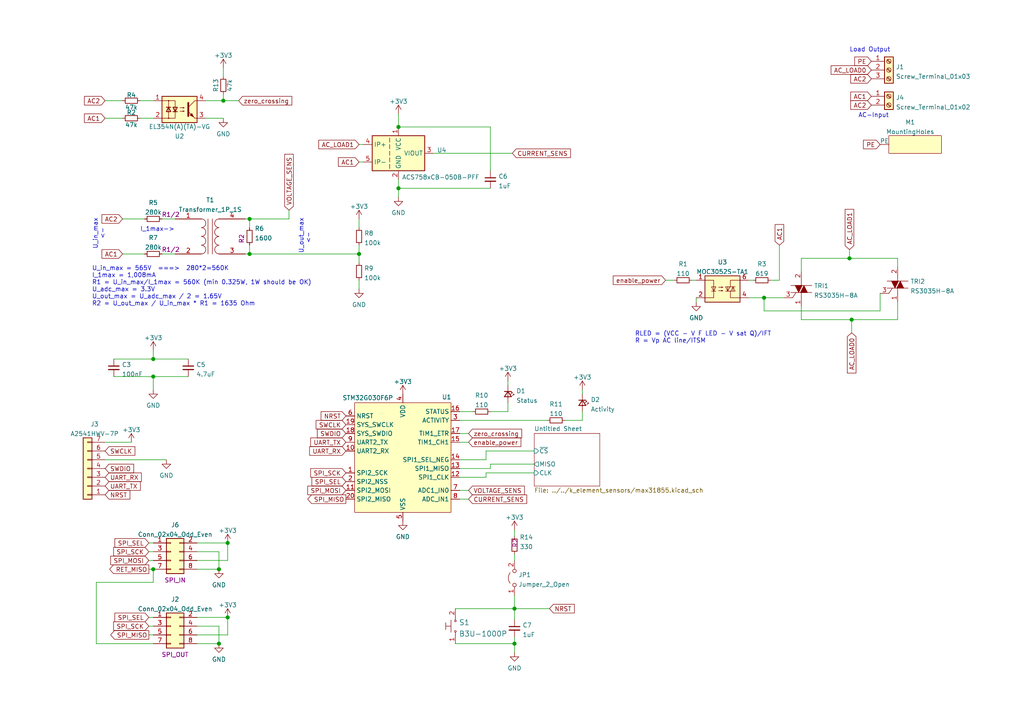
<source format=kicad_sch>
(kicad_sch (version 20210621) (generator eeschema)
  (paper "A4")
  (lib_symbols
    (symbol "Connector:Screw_Terminal_01x02" (pin_names (offset 1.016) hide)
      (property "Reference" "J" (at 0 2.54 0))
      (property "Value" "Screw_Terminal_01x02" (at 0 -5.08 0))
      (symbol "Screw_Terminal_01x02_1_1"
        (circle (center 0 -2.54) (radius 0.635) (stroke (width 0.1524)))
        (circle (center 0 0) (radius 0.635) (stroke (width 0.1524)))
        (rectangle (start -1.27 1.27) (end 1.27 -3.81) (stroke (width 0.254)) (fill (type background)))
        (polyline (pts (xy -0.5334 -2.2098) (xy 0.3302 -3.048)) (stroke (width 0.1524)))
        (polyline (pts (xy -0.5334 0.3302) (xy 0.3302 -0.508)) (stroke (width 0.1524)))
        (polyline (pts (xy -0.3556 -2.032) (xy 0.508 -2.8702)) (stroke (width 0.1524)))
        (polyline (pts (xy -0.3556 0.508) (xy 0.508 -0.3302)) (stroke (width 0.1524)))
        (pin passive line (at -5.08 0 0) (length 3.81) (name "Pin_1") (number "1"))
        (pin passive line (at -5.08 -2.54 0) (length 3.81) (name "Pin_2") (number "2"))
      )
    )
    (symbol "Connector:Screw_Terminal_01x03" (pin_names (offset 1.016) hide)
      (property "Reference" "J" (at 0 5.08 0))
      (property "Value" "Screw_Terminal_01x03" (at 0 -5.08 0))
      (symbol "Screw_Terminal_01x03_1_1"
        (circle (center 0 -2.54) (radius 0.635) (stroke (width 0.1524)))
        (circle (center 0 0) (radius 0.635) (stroke (width 0.1524)))
        (circle (center 0 2.54) (radius 0.635) (stroke (width 0.1524)))
        (rectangle (start -1.27 3.81) (end 1.27 -3.81) (stroke (width 0.254)) (fill (type background)))
        (polyline (pts (xy -0.5334 -2.2098) (xy 0.3302 -3.048)) (stroke (width 0.1524)))
        (polyline (pts (xy -0.5334 0.3302) (xy 0.3302 -0.508)) (stroke (width 0.1524)))
        (polyline (pts (xy -0.5334 2.8702) (xy 0.3302 2.032)) (stroke (width 0.1524)))
        (polyline (pts (xy -0.3556 -2.032) (xy 0.508 -2.8702)) (stroke (width 0.1524)))
        (polyline (pts (xy -0.3556 0.508) (xy 0.508 -0.3302)) (stroke (width 0.1524)))
        (polyline (pts (xy -0.3556 3.048) (xy 0.508 2.2098)) (stroke (width 0.1524)))
        (pin passive line (at -5.08 2.54 0) (length 3.81) (name "Pin_1") (number "1"))
        (pin passive line (at -5.08 0 0) (length 3.81) (name "Pin_2") (number "2"))
        (pin passive line (at -5.08 -2.54 0) (length 3.81) (name "Pin_3") (number "3"))
      )
    )
    (symbol "Connector_Generic:Conn_01x07" (pin_names (offset 1.016) hide)
      (property "Reference" "J" (at 0 10.16 0))
      (property "Value" "Conn_01x07" (at 0 -10.16 0))
      (symbol "Conn_01x07_1_1"
        (rectangle (start -1.27 -7.493) (end 0 -7.747) (stroke (width 0.1524)))
        (rectangle (start -1.27 -4.953) (end 0 -5.207) (stroke (width 0.1524)))
        (rectangle (start -1.27 -2.413) (end 0 -2.667) (stroke (width 0.1524)))
        (rectangle (start -1.27 0.127) (end 0 -0.127) (stroke (width 0.1524)))
        (rectangle (start -1.27 2.667) (end 0 2.413) (stroke (width 0.1524)))
        (rectangle (start -1.27 5.207) (end 0 4.953) (stroke (width 0.1524)))
        (rectangle (start -1.27 7.747) (end 0 7.493) (stroke (width 0.1524)))
        (rectangle (start -1.27 8.89) (end 1.27 -8.89) (stroke (width 0.254)) (fill (type background)))
        (pin passive line (at -5.08 7.62 0) (length 3.81) (name "Pin_1") (number "1"))
        (pin passive line (at -5.08 5.08 0) (length 3.81) (name "Pin_2") (number "2"))
        (pin passive line (at -5.08 2.54 0) (length 3.81) (name "Pin_3") (number "3"))
        (pin passive line (at -5.08 0 0) (length 3.81) (name "Pin_4") (number "4"))
        (pin passive line (at -5.08 -2.54 0) (length 3.81) (name "Pin_5") (number "5"))
        (pin passive line (at -5.08 -5.08 0) (length 3.81) (name "Pin_6") (number "6"))
        (pin passive line (at -5.08 -7.62 0) (length 3.81) (name "Pin_7") (number "7"))
      )
    )
    (symbol "Connector_Generic:Conn_02x04_Odd_Even" (pin_names (offset 1.016) hide)
      (property "Reference" "J" (at 1.27 5.08 0))
      (property "Value" "Conn_02x04_Odd_Even" (at 1.27 -7.62 0))
      (symbol "Conn_02x04_Odd_Even_1_1"
        (rectangle (start -1.27 -4.953) (end 0 -5.207) (stroke (width 0.1524)))
        (rectangle (start -1.27 -2.413) (end 0 -2.667) (stroke (width 0.1524)))
        (rectangle (start -1.27 0.127) (end 0 -0.127) (stroke (width 0.1524)))
        (rectangle (start -1.27 2.667) (end 0 2.413) (stroke (width 0.1524)))
        (rectangle (start 3.81 -4.953) (end 2.54 -5.207) (stroke (width 0.1524)))
        (rectangle (start 3.81 -2.413) (end 2.54 -2.667) (stroke (width 0.1524)))
        (rectangle (start 3.81 0.127) (end 2.54 -0.127) (stroke (width 0.1524)))
        (rectangle (start 3.81 2.667) (end 2.54 2.413) (stroke (width 0.1524)))
        (rectangle (start -1.27 3.81) (end 3.81 -6.35) (stroke (width 0.254)) (fill (type background)))
        (pin passive line (at -5.08 2.54 0) (length 3.81) (name "Pin_1") (number "1"))
        (pin passive line (at 7.62 2.54 180) (length 3.81) (name "Pin_2") (number "2"))
        (pin passive line (at -5.08 0 0) (length 3.81) (name "Pin_3") (number "3"))
        (pin passive line (at 7.62 0 180) (length 3.81) (name "Pin_4") (number "4"))
        (pin passive line (at -5.08 -2.54 0) (length 3.81) (name "Pin_5") (number "5"))
        (pin passive line (at 7.62 -2.54 180) (length 3.81) (name "Pin_6") (number "6"))
        (pin passive line (at -5.08 -5.08 0) (length 3.81) (name "Pin_7") (number "7"))
        (pin passive line (at 7.62 -5.08 180) (length 3.81) (name "Pin_8") (number "8"))
      )
    )
    (symbol "Device:C_Small" (pin_numbers hide) (pin_names (offset 0.254) hide)
      (property "Reference" "C" (at 0.254 1.778 0))
      (property "Value" "C_Small" (at 0.254 -2.032 0))
      (symbol "C_Small_0_1"
        (polyline (pts (xy -1.524 -0.508) (xy 1.524 -0.508)) (stroke (width 0.3302)))
        (polyline (pts (xy -1.524 0.508) (xy 1.524 0.508)) (stroke (width 0.3048)))
      )
      (symbol "C_Small_1_1"
        (pin passive line (at 0 2.54 270) (length 2.032) (name "~") (number "1"))
        (pin passive line (at 0 -2.54 90) (length 2.032) (name "~") (number "2"))
      )
    )
    (symbol "Device:LED_Small" (pin_numbers hide) (pin_names (offset 0.254) hide)
      (property "Reference" "D" (at -1.27 3.175 0))
      (property "Value" "LED_Small" (at -4.445 -2.54 0))
      (symbol "LED_Small_0_1"
        (polyline (pts (xy -0.762 -1.016) (xy -0.762 1.016)) (stroke (width 0.254)))
        (polyline (pts (xy 1.016 0) (xy -0.762 0)))
        (polyline (pts (xy 0.762 -1.016) (xy -0.762 0) (xy 0.762 1.016) (xy 0.762 -1.016)) (stroke (width 0.254)))
        (polyline (pts (xy 0 0.762) (xy -0.508 1.27) (xy -0.254 1.27) (xy -0.508 1.27) (xy -0.508 1.016)))
        (polyline (pts (xy 0.508 1.27) (xy 0 1.778) (xy 0.254 1.778) (xy 0 1.778) (xy 0 1.524)))
      )
      (symbol "LED_Small_1_1"
        (pin passive line (at -2.54 0 0) (length 1.778) (name "K") (number "1"))
        (pin passive line (at 2.54 0 180) (length 1.778) (name "A") (number "2"))
      )
    )
    (symbol "Device:R_Small" (pin_numbers hide) (pin_names (offset 0.254) hide)
      (property "Reference" "R" (at 0.762 0.508 0))
      (property "Value" "R_Small" (at 0.762 -1.016 0))
      (symbol "R_Small_0_1"
        (rectangle (start -0.762 1.778) (end 0.762 -1.778) (stroke (width 0.2032)))
      )
      (symbol "R_Small_1_1"
        (pin passive line (at 0 2.54 270) (length 0.762) (name "~") (number "1"))
        (pin passive line (at 0 -2.54 90) (length 0.762) (name "~") (number "2"))
      )
    )
    (symbol "Device:Transformer_1P_1S" (pin_names (offset 1.016) hide)
      (property "Reference" "T" (at 0 6.35 0))
      (property "Value" "Transformer_1P_1S" (at 0 -7.62 0))
      (symbol "Transformer_1P_1S_0_1"
        (arc (start -2.54 -2.54) (end -1.27 -3.81) (radius (at -2.54 -3.81) (length 1.27) (angles 89.9 0.1)))
        (arc (start -1.27 -3.81) (end -2.54 -5.0546) (radius (at -2.54 -3.81) (length 1.27) (angles -0.1 -89.9)))
        (arc (start -2.54 0) (end -1.27 -1.27) (radius (at -2.54 -1.27) (length 1.27) (angles 89.9 0.1)))
        (arc (start -1.27 -1.27) (end -2.54 -2.5146) (radius (at -2.54 -1.27) (length 1.27) (angles -0.1 -89.9)))
        (arc (start -2.54 2.54) (end -1.27 1.27) (radius (at -2.54 1.27) (length 1.27) (angles 89.9 0.1)))
        (arc (start -1.27 1.27) (end -2.54 0.0254) (radius (at -2.54 1.27) (length 1.27) (angles -0.1 -89.9)))
        (arc (start -2.54 5.08) (end -1.27 3.81) (radius (at -2.54 3.81) (length 1.27) (angles 89.9 0.1)))
        (arc (start -1.27 3.81) (end -2.54 2.5654) (radius (at -2.54 3.81) (length 1.27) (angles -0.1 -89.9)))
        (arc (start 2.54 0) (end 1.2954 -1.27) (radius (at 2.54 -1.27) (length 1.27) (angles 89.9 -179.9)))
        (arc (start 1.2954 -1.27) (end 2.54 -2.5146) (radius (at 2.54 -1.27) (length 1.27) (angles 179.9 -89.9)))
        (arc (start 2.54 2.54) (end 1.2954 1.27) (radius (at 2.54 1.27) (length 1.27) (angles 89.9 -179.9)))
        (arc (start 1.2954 1.27) (end 2.54 0.0254) (radius (at 2.54 1.27) (length 1.27) (angles 179.9 -89.9)))
        (arc (start 2.54 5.08) (end 1.2954 3.81) (radius (at 2.54 3.81) (length 1.27) (angles 89.9 -179.9)))
        (arc (start 1.2954 3.81) (end 2.54 2.5654) (radius (at 2.54 3.81) (length 1.27) (angles 179.9 -89.9)))
        (arc (start 2.5654 -2.54) (end 1.3208 -3.81) (radius (at 2.5654 -3.81) (length 1.27) (angles 91 -179.9)))
        (arc (start 2.5654 -5.0546) (end 1.3208 -3.81) (radius (at 2.5654 -3.81) (length 1.27) (angles -91.2 -179.9)))
        (polyline (pts (xy -0.635 5.08) (xy -0.635 -5.08)))
        (polyline (pts (xy 0.635 -5.08) (xy 0.635 5.08)))
      )
      (symbol "Transformer_1P_1S_1_1"
        (pin passive line (at -10.16 5.08 0) (length 7.62) (name "AA") (number "1"))
        (pin passive line (at -10.16 -5.08 0) (length 7.62) (name "AB") (number "2"))
        (pin passive line (at 10.16 -5.08 180) (length 7.62) (name "SA") (number "3"))
        (pin passive line (at 10.16 5.08 180) (length 7.62) (name "SB") (number "4"))
      )
    )
    (symbol "Isolator:PC3H4" (pin_names (offset 1.016))
      (property "Reference" "U" (at -5.08 5.08 0))
      (property "Value" "PC3H4" (at 0 5.08 0))
      (symbol "PC3H4_0_1"
        (circle (center -3.175 -2.54) (radius 0.127))
        (circle (center -3.175 2.54) (radius 0.127))
        (rectangle (start -5.08 3.81) (end 5.08 -3.81) (stroke (width 0.254)) (fill (type background)))
        (polyline (pts (xy -3.81 0.635) (xy -2.54 0.635)) (stroke (width 0.254)))
        (polyline (pts (xy -3.175 -0.635) (xy -3.175 -2.54)))
        (polyline (pts (xy -3.175 -0.635) (xy -3.175 2.54)))
        (polyline (pts (xy -1.905 -0.635) (xy -0.635 -0.635)) (stroke (width 0.254)))
        (polyline (pts (xy 2.54 0.635) (xy 4.445 2.54)))
        (polyline (pts (xy 4.445 -2.54) (xy 5.08 -2.54)))
        (polyline (pts (xy 4.445 2.54) (xy 5.08 2.54)))
        (polyline (pts (xy -5.08 2.54) (xy -1.27 2.54) (xy -1.27 -0.635)))
        (polyline (pts (xy -1.27 -0.635) (xy -1.27 -2.54) (xy -5.08 -2.54)))
        (polyline (pts (xy 2.54 1.905) (xy 2.54 -1.905) (xy 2.54 -1.905)) (stroke (width 0.508)))
        (polyline (pts (xy -3.175 0.635) (xy -3.81 -0.635) (xy -2.54 -0.635) (xy -3.175 0.635)) (stroke (width 0.254)))
        (polyline (pts (xy -1.27 -0.635) (xy -1.905 0.635) (xy -0.635 0.635) (xy -1.27 -0.635)) (stroke (width 0.254)))
        (polyline (pts (xy 0.127 -0.508) (xy 1.397 -0.508) (xy 1.016 -0.635) (xy 1.016 -0.381) (xy 1.397 -0.508)))
        (polyline (pts (xy 0.127 0.508) (xy 1.397 0.508) (xy 1.016 0.381) (xy 1.016 0.635) (xy 1.397 0.508)))
        (polyline (pts (xy 4.445 -2.54) (xy 2.54 -0.635)) (fill (type outline)))
        (polyline (pts (xy 3.048 -1.651) (xy 3.556 -1.143) (xy 4.064 -2.159) (xy 3.048 -1.651) (xy 3.048 -1.651)) (fill (type outline)))
      )
      (symbol "PC3H4_1_1"
        (pin passive line (at -7.62 2.54 0) (length 2.54) (name "~") (number "1"))
        (pin passive line (at -7.62 -2.54 0) (length 2.54) (name "~") (number "2"))
        (pin passive line (at 7.62 -2.54 180) (length 2.54) (name "~") (number "3"))
        (pin passive line (at 7.62 2.54 180) (length 2.54) (name "~") (number "4"))
      )
    )
    (symbol "Jumper:Jumper_2_Open" (pin_names (offset 0) hide)
      (property "Reference" "JP" (at 0 2.794 0))
      (property "Value" "Jumper_2_Open" (at 0 -2.286 0))
      (symbol "Jumper_2_Open_0_0"
        (circle (center -2.032 0) (radius 0.508))
        (circle (center 2.032 0) (radius 0.508))
      )
      (symbol "Jumper_2_Open_0_1"
        (arc (start -1.524 1.27) (end 1.524 1.27) (radius (at 0 -0.762) (length 2.54) (angles 126.9 53.1)))
      )
      (symbol "Jumper_2_Open_1_1"
        (pin passive line (at -5.08 0 0) (length 2.54) (name "A") (number "1"))
        (pin passive line (at 5.08 0 180) (length 2.54) (name "B") (number "2"))
      )
    )
    (symbol "Relay_SolidState:MOC3052M"
      (property "Reference" "U" (at -5.334 4.826 0))
      (property "Value" "MOC3052M" (at 0 5.08 0))
      (symbol "MOC3052M_0_1"
        (rectangle (start -5.08 3.81) (end 5.08 -3.81) (stroke (width 0.254)) (fill (type background)))
        (polyline (pts (xy -3.175 -0.635) (xy -1.905 -0.635)))
        (polyline (pts (xy 1.524 -0.635) (xy 1.524 0.635)))
        (polyline (pts (xy 3.048 0.635) (xy 3.048 -0.635)))
        (polyline (pts (xy 2.286 -0.635) (xy 2.286 -2.54) (xy 5.08 -2.54)))
        (polyline (pts (xy 2.286 0.635) (xy 2.286 2.54) (xy 5.08 2.54)))
        (polyline (pts (xy -5.08 2.54) (xy -2.54 2.54) (xy -2.54 -2.54) (xy -5.08 -2.54)))
        (polyline (pts (xy -2.54 -0.635) (xy -3.175 0.635) (xy -1.905 0.635) (xy -2.54 -0.635)))
        (polyline (pts (xy 0.889 -0.635) (xy 3.683 -0.635) (xy 3.048 0.635) (xy 2.413 -0.635)))
        (polyline (pts (xy 3.683 0.635) (xy 0.889 0.635) (xy 1.524 -0.635) (xy 2.159 0.635)))
        (polyline (pts (xy -1.143 -0.508) (xy 0.127 -0.508) (xy -0.254 -0.635) (xy -0.254 -0.381) (xy 0.127 -0.508)))
        (polyline (pts (xy -1.143 0.508) (xy 0.127 0.508) (xy -0.254 0.381) (xy -0.254 0.635) (xy 0.127 0.508)))
      )
      (symbol "MOC3052M_1_1"
        (pin passive line (at -7.62 2.54 0) (length 2.54) (name "~") (number "1"))
        (pin passive line (at -7.62 -2.54 0) (length 2.54) (name "~") (number "2"))
        (pin no_connect line (at -5.08 0 0) (length 2.54) hide (name "NC") (number "3"))
        (pin passive line (at 7.62 -2.54 180) (length 2.54) (name "~") (number "4"))
        (pin no_connect line (at 5.08 0 180) (length 2.54) hide (name "NC") (number "5"))
        (pin passive line (at 7.62 2.54 180) (length 2.54) (name "~") (number "6"))
      )
    )
    (symbol "STM32G030F6P_1"
      (property "Reference" "U" (at -12.7 -17.78 0))
      (property "Value" "STM32G030F6P_1" (at 10.16 -17.78 0))
      (symbol "STM32G030F6P_1_0_1"
        (rectangle (start -13.97 15.24) (end 13.97 -16.51) (stroke (width 0.1524)) (fill (type background)))
      )
      (symbol "STM32G030F6P_1_1_1"
        (pin passive line (at -16.51 -5.08 0) (length 2.54) (name "SPI2_SCK") (number "1"))
        (pin passive line (at -16.51 1.27 0) (length 2.54) (name "UART2_RX") (number "10"))
        (pin passive line (at -16.51 -10.16 0) (length 2.54) (name "SPI2_MOSI") (number "11"))
        (pin passive line (at 16.51 -6.35 180) (length 2.54) (name "SPI1_CLK") (number "12"))
        (pin passive line (at 16.51 -3.81 180) (length 2.54) (name "SPI1_MISO") (number "13"))
        (pin passive line (at 16.51 -1.27 180) (length 2.54) (name "SPI1_SEL_NEG") (number "14"))
        (pin passive line (at 16.51 3.81 180) (length 2.54) (name "TIM1_CH1") (number "15"))
        (pin passive line (at 16.51 12.7 180) (length 2.54) (name "STATUS") (number "16"))
        (pin passive line (at 16.51 6.35 180) (length 2.54) (name "TIM1_ETR") (number "17"))
        (pin passive line (at -16.51 6.35 0) (length 2.54) (name "SYS_SWDIO") (number "18"))
        (pin passive line (at -16.51 8.89 0) (length 2.54) (name "SYS_SWCLK") (number "19"))
        (pin passive line (at -16.51 -7.62 0) (length 2.54) (name "SPI2_NSS") (number "2"))
        (pin passive line (at -16.51 -12.7 0) (length 2.54) (name "SPI2_MISO") (number "20"))
        (pin passive line (at 16.51 10.16 180) (length 2.54) (name "ACTIVITY") (number "3"))
        (pin passive line (at 0 17.78 270) (length 2.54) (name "VDD") (number "4"))
        (pin passive line (at 0 -19.05 90) (length 2.54) (name "VSS") (number "5"))
        (pin passive line (at -16.51 11.43 0) (length 2.54) (name "NRST") (number "6"))
        (pin passive line (at 16.51 -10.16 180) (length 2.54) (name "ADC1_IN0") (number "7"))
        (pin passive line (at 16.51 -12.7 180) (length 2.54) (name "ADC_IN1") (number "8"))
        (pin passive line (at -16.51 3.81 0) (length 2.54) (name "UART2_TX") (number "9"))
      )
    )
    (symbol "Sensor_Current:ACS758xCB-050B-PFF"
      (property "Reference" "U" (at -7.62 6.35 0))
      (property "Value" "ACS758xCB-050B-PFF" (at 2.54 6.35 0))
      (symbol "ACS758xCB-050B-PFF_0_1"
        (rectangle (start -7.62 5.08) (end 7.62 -5.08) (stroke (width 0.254)) (fill (type background)))
        (polyline (pts (xy -2.54 -3.175) (xy -2.54 -4.445)))
        (polyline (pts (xy -2.54 -1.27) (xy -2.54 -2.54)))
        (polyline (pts (xy -2.54 0.635) (xy -2.54 -0.635)))
        (polyline (pts (xy -2.54 1.27) (xy -2.54 2.54)))
        (polyline (pts (xy -2.54 3.175) (xy -2.54 4.445)))
      )
      (symbol "ACS758xCB-050B-PFF_1_1"
        (pin power_in line (at 0 7.62 270) (length 2.54) (name "VCC") (number "1"))
        (pin power_in line (at 0 -7.62 90) (length 2.54) (name "GND") (number "2"))
        (pin output line (at 10.16 0 180) (length 2.54) (name "VIOUT") (number "3"))
        (pin passive line (at -10.16 2.54 0) (length 2.54) (name "IP+") (number "4"))
        (pin passive line (at -10.16 -2.54 0) (length 2.54) (name "IP-") (number "5"))
      )
    )
    (symbol "dk_Tactile-Switches:B3U-1000P" (pin_names (offset 1.016))
      (property "Reference" "S" (at 0 4.064 0))
      (property "Value" "B3U-1000P" (at 0 -2.54 0))
      (symbol "B3U-1000P_0_1"
        (circle (center -1.524 0) (radius 0.254))
        (circle (center 1.524 0) (radius 0.254))
        (polyline (pts (xy -2.54 0) (xy -1.778 0)))
        (polyline (pts (xy -1.778 1.27) (xy 1.778 1.27)))
        (polyline (pts (xy -1.016 2.794) (xy 1.016 2.794)))
        (polyline (pts (xy 0 1.27) (xy 0 2.794)))
        (polyline (pts (xy 2.54 0) (xy 1.778 0)))
      )
      (symbol "B3U-1000P_1_1"
        (pin passive line (at -5.08 0 0) (length 2.54) (name "~") (number "1"))
        (pin passive line (at 5.08 0 180) (length 2.54) (name "~") (number "2"))
      )
    )
    (symbol "dk_Thyristors-TRIACs:BTA16-600BWRG" (pin_names (offset 0) hide)
      (property "Reference" "TRI" (at -3.556 2.54 0))
      (property "Value" "BTA16-600BWRG" (at 2.54 -2.794 0))
      (symbol "BTA16-600BWRG_0_1"
        (polyline (pts (xy -3.048 1.016) (xy 3.048 1.016)))
        (polyline (pts (xy -2.54 -2.54) (xy -1.524 -1.016)))
        (polyline (pts (xy 0 -2.54) (xy 0 -1.016)))
        (polyline (pts (xy 0 2.54) (xy 0 1.016)))
        (polyline (pts (xy 3.048 -1.016) (xy -3.048 -1.016)))
        (polyline (pts (xy -0.762 -1.016) (xy -1.778 1.016) (xy 0.254 1.016) (xy -0.762 -1.016)) (fill (type outline)))
        (polyline (pts (xy 0.762 1.016) (xy -0.254 -1.016) (xy 1.778 -1.016) (xy 0.762 1.016)) (fill (type outline)))
      )
      (symbol "BTA16-600BWRG_1_1"
        (pin passive line (at 0 -5.08 90) (length 2.54) (name "A1") (number "1"))
        (pin passive line (at 0 5.08 270) (length 2.54) (name "A2") (number "2"))
        (pin input line (at -5.08 -2.54 0) (length 2.54) (name "G") (number "3"))
      )
    )
    (symbol "phase_angle_control:MountingHoles" (pin_numbers hide) (pin_names (offset 0))
      (property "Reference" "M" (at 1.27 3.81 0))
      (property "Value" "MountingHoles" (at 7.62 0 0))
      (symbol "MountingHoles_0_1"
        (rectangle (start 0 2.54) (end 15.24 -2.54) (stroke (width 0.1524)) (fill (type background)))
      )
      (symbol "MountingHoles_1_1"
        (pin passive line (at -2.54 0 0) (length 2.54) (name "PE") (number "1"))
      )
    )
    (symbol "power:+3.3V" (power) (pin_names (offset 0))
      (property "Value" "+3.3V" (at 0 3.556 0))
      (symbol "+3.3V_0_1"
        (polyline (pts (xy -0.762 1.27) (xy 0 2.54)))
        (polyline (pts (xy 0 0) (xy 0 2.54)))
        (polyline (pts (xy 0 2.54) (xy 0.762 1.27)))
      )
      (symbol "+3.3V_1_1"
        (pin power_in line (at 0 0 90) (length 0) hide (name "+3V3") (number "1"))
      )
    )
    (symbol "power:+3V3" (power) (pin_names (offset 0))
      (property "Value" "+3V3" (at 0 3.556 0))
      (symbol "+3V3_0_1"
        (polyline (pts (xy -0.762 1.27) (xy 0 2.54)))
        (polyline (pts (xy 0 0) (xy 0 2.54)))
        (polyline (pts (xy 0 2.54) (xy 0.762 1.27)))
      )
      (symbol "+3V3_1_1"
        (pin power_in line (at 0 0 90) (length 0) hide (name "+3V3") (number "1"))
      )
    )
    (symbol "power:GND" (power) (pin_names (offset 0))
      (property "Value" "GND" (at 0 -3.81 0))
      (symbol "GND_0_1"
        (polyline (pts (xy 0 0) (xy 0 -1.27) (xy 1.27 -1.27) (xy 0 -2.54) (xy -1.27 -1.27) (xy 0 -1.27)))
      )
      (symbol "GND_1_1"
        (pin power_in line (at 0 0 270) (length 0) hide (name "GND") (number "1"))
      )
    )
  )
  (junction (at 44.45 104.14) (diameter 1.016))
  (junction (at 44.45 109.22) (diameter 1.016))
  (junction (at 44.45 165.1) (diameter 1.016))
  (junction (at 63.5 165.1) (diameter 1.016))
  (junction (at 63.5 186.69) (diameter 1.016))
  (junction (at 64.77 29.21) (diameter 1.016))
  (junction (at 66.04 157.48) (diameter 1.016))
  (junction (at 66.04 179.07) (diameter 1.016))
  (junction (at 72.39 63.5) (diameter 1.016))
  (junction (at 72.39 73.66) (diameter 1.016))
  (junction (at 104.14 73.66) (diameter 1.016))
  (junction (at 115.57 36.83) (diameter 1.016))
  (junction (at 115.57 54.61) (diameter 1.016))
  (junction (at 149.225 176.53) (diameter 1.016))
  (junction (at 149.225 186.69) (diameter 1.016))
  (junction (at 221.615 86.36) (diameter 1.016))
  (junction (at 246.38 74.93) (diameter 1.016))
  (junction (at 247.015 92.71) (diameter 1.016))
  (wire (pts (xy 27.94 168.91) (xy 44.45 168.91)))
  (wire (pts (xy 27.94 186.69) (xy 27.94 168.91)))
  (wire (pts (xy 30.48 128.27) (xy 38.1 128.27)))
  (wire (pts (xy 30.48 133.35) (xy 48.26 133.35)))
  (wire (pts (xy 33.02 104.14) (xy 44.45 104.14)))
  (wire (pts (xy 33.02 109.22) (xy 44.45 109.22)))
  (wire (pts (xy 35.56 29.21) (xy 30.48 29.21)))
  (wire (pts (xy 35.56 34.29) (xy 30.48 34.29)))
  (wire (pts (xy 35.56 63.5) (xy 41.91 63.5)))
  (wire (pts (xy 35.56 73.66) (xy 41.91 73.66)))
  (wire (pts (xy 43.18 157.48) (xy 44.45 157.48)))
  (wire (pts (xy 43.18 160.02) (xy 44.45 160.02)))
  (wire (pts (xy 43.18 162.56) (xy 44.45 162.56)))
  (wire (pts (xy 43.18 165.1) (xy 44.45 165.1)))
  (wire (pts (xy 43.18 179.07) (xy 44.45 179.07)))
  (wire (pts (xy 43.18 181.61) (xy 44.45 181.61)))
  (wire (pts (xy 43.18 184.15) (xy 44.45 184.15)))
  (wire (pts (xy 44.45 29.21) (xy 40.64 29.21)))
  (wire (pts (xy 44.45 34.29) (xy 40.64 34.29)))
  (wire (pts (xy 44.45 101.6) (xy 44.45 104.14)))
  (wire (pts (xy 44.45 104.14) (xy 54.61 104.14)))
  (wire (pts (xy 44.45 109.22) (xy 44.45 113.03)))
  (wire (pts (xy 44.45 109.22) (xy 54.61 109.22)))
  (wire (pts (xy 44.45 165.1) (xy 44.45 168.91)))
  (wire (pts (xy 44.45 186.69) (xy 27.94 186.69)))
  (wire (pts (xy 46.99 63.5) (xy 50.8 63.5)))
  (wire (pts (xy 46.99 73.66) (xy 50.8 73.66)))
  (wire (pts (xy 57.15 157.48) (xy 66.04 157.48)))
  (wire (pts (xy 57.15 160.02) (xy 63.5 160.02)))
  (wire (pts (xy 57.15 165.1) (xy 63.5 165.1)))
  (wire (pts (xy 57.15 179.07) (xy 66.04 179.07)))
  (wire (pts (xy 57.15 181.61) (xy 63.5 181.61)))
  (wire (pts (xy 57.15 186.69) (xy 63.5 186.69)))
  (wire (pts (xy 59.69 29.21) (xy 64.77 29.21)))
  (wire (pts (xy 63.5 160.02) (xy 63.5 165.1)))
  (wire (pts (xy 63.5 181.61) (xy 63.5 186.69)))
  (wire (pts (xy 64.77 19.685) (xy 64.77 22.225)))
  (wire (pts (xy 64.77 27.305) (xy 64.77 29.21)))
  (wire (pts (xy 64.77 29.21) (xy 69.215 29.21)))
  (wire (pts (xy 64.77 34.29) (xy 59.69 34.29)))
  (wire (pts (xy 66.04 157.48) (xy 66.04 162.56)))
  (wire (pts (xy 66.04 162.56) (xy 57.15 162.56)))
  (wire (pts (xy 66.04 179.07) (xy 66.04 184.15)))
  (wire (pts (xy 66.04 184.15) (xy 57.15 184.15)))
  (wire (pts (xy 71.12 63.5) (xy 72.39 63.5)))
  (wire (pts (xy 71.12 73.66) (xy 72.39 73.66)))
  (wire (pts (xy 72.39 63.5) (xy 72.39 66.04)))
  (wire (pts (xy 72.39 63.5) (xy 83.82 63.5)))
  (wire (pts (xy 72.39 73.66) (xy 72.39 71.12)))
  (wire (pts (xy 72.39 73.66) (xy 104.14 73.66)))
  (wire (pts (xy 83.82 60.96) (xy 83.82 63.5)))
  (wire (pts (xy 104.14 41.91) (xy 105.41 41.91)))
  (wire (pts (xy 104.14 46.99) (xy 105.41 46.99)))
  (wire (pts (xy 104.14 63.5) (xy 104.14 66.04)))
  (wire (pts (xy 104.14 71.12) (xy 104.14 73.66)))
  (wire (pts (xy 104.14 73.66) (xy 104.14 76.2)))
  (wire (pts (xy 104.14 81.28) (xy 104.14 83.82)))
  (wire (pts (xy 115.57 33.02) (xy 115.57 36.83)))
  (wire (pts (xy 115.57 36.83) (xy 142.24 36.83)))
  (wire (pts (xy 115.57 52.07) (xy 115.57 54.61)))
  (wire (pts (xy 115.57 54.61) (xy 115.57 57.15)))
  (wire (pts (xy 115.57 54.61) (xy 142.24 54.61)))
  (wire (pts (xy 125.73 44.45) (xy 148.59 44.45)))
  (wire (pts (xy 132.08 176.53) (xy 149.225 176.53)))
  (wire (pts (xy 132.08 186.69) (xy 149.225 186.69)))
  (wire (pts (xy 133.35 119.38) (xy 137.16 119.38)))
  (wire (pts (xy 133.35 121.92) (xy 158.75 121.92)))
  (wire (pts (xy 133.35 125.73) (xy 135.89 125.73)))
  (wire (pts (xy 133.35 128.27) (xy 135.89 128.27)))
  (wire (pts (xy 133.35 133.35) (xy 140.97 133.35)))
  (wire (pts (xy 135.89 142.24) (xy 133.35 142.24)))
  (wire (pts (xy 135.89 144.78) (xy 133.35 144.78)))
  (wire (pts (xy 140.97 130.81) (xy 140.97 133.35)))
  (wire (pts (xy 140.97 130.81) (xy 154.94 130.81)))
  (wire (pts (xy 140.97 137.16) (xy 140.97 138.43)))
  (wire (pts (xy 140.97 137.16) (xy 154.94 137.16)))
  (wire (pts (xy 140.97 138.43) (xy 133.35 138.43)))
  (wire (pts (xy 142.24 49.53) (xy 142.24 36.83)))
  (wire (pts (xy 142.24 119.38) (xy 147.32 119.38)))
  (wire (pts (xy 142.24 134.62) (xy 142.24 135.89)))
  (wire (pts (xy 142.24 135.89) (xy 133.35 135.89)))
  (wire (pts (xy 147.32 110.49) (xy 147.32 111.76)))
  (wire (pts (xy 147.32 119.38) (xy 147.32 116.84)))
  (wire (pts (xy 149.225 153.67) (xy 149.225 155.575)))
  (wire (pts (xy 149.225 160.655) (xy 149.225 162.56)))
  (wire (pts (xy 149.225 172.72) (xy 149.225 176.53)))
  (wire (pts (xy 149.225 176.53) (xy 159.385 176.53)))
  (wire (pts (xy 149.225 179.705) (xy 149.225 176.53)))
  (wire (pts (xy 149.225 184.785) (xy 149.225 186.69)))
  (wire (pts (xy 149.225 186.69) (xy 149.225 189.23)))
  (wire (pts (xy 154.94 134.62) (xy 142.24 134.62)))
  (wire (pts (xy 163.83 121.92) (xy 168.91 121.92)))
  (wire (pts (xy 168.91 113.03) (xy 168.91 114.3)))
  (wire (pts (xy 168.91 121.92) (xy 168.91 119.38)))
  (wire (pts (xy 193.04 81.28) (xy 195.58 81.28)))
  (wire (pts (xy 200.66 81.28) (xy 201.93 81.28)))
  (wire (pts (xy 201.93 86.36) (xy 201.93 87.63)))
  (wire (pts (xy 217.17 81.28) (xy 218.44 81.28)))
  (wire (pts (xy 217.17 86.36) (xy 221.615 86.36)))
  (wire (pts (xy 221.615 86.36) (xy 221.615 90.17)))
  (wire (pts (xy 221.615 86.36) (xy 227.33 86.36)))
  (wire (pts (xy 221.615 90.17) (xy 255.27 90.17)))
  (wire (pts (xy 223.52 81.28) (xy 226.06 81.28)))
  (wire (pts (xy 226.06 71.12) (xy 226.06 81.28)))
  (wire (pts (xy 232.41 74.93) (xy 232.41 78.74)))
  (wire (pts (xy 232.41 74.93) (xy 246.38 74.93)))
  (wire (pts (xy 232.41 88.9) (xy 232.41 92.71)))
  (wire (pts (xy 232.41 92.71) (xy 247.015 92.71)))
  (wire (pts (xy 246.38 74.93) (xy 246.38 72.39)))
  (wire (pts (xy 246.38 74.93) (xy 260.35 74.93)))
  (wire (pts (xy 247.015 92.71) (xy 247.015 96.52)))
  (wire (pts (xy 247.015 92.71) (xy 260.35 92.71)))
  (wire (pts (xy 255.27 90.17) (xy 255.27 85.09)))
  (wire (pts (xy 260.35 74.93) (xy 260.35 77.47)))
  (wire (pts (xy 260.35 92.71) (xy 260.35 87.63)))
  (text "U_in_max = 565V  ===>  280*2=560K\nI_1max = 1,008mA\nR1 = U_in_max/I_1max = 560K (min 0.325W, 1W should be OK)\nU_adc_max = 3.3V\nU_out_max = U_adc_max / 2 = 1.65V\nR2 = U_out_max / U_in_max * R1 = 1635 Ohm" (at 26.67 88.9 0) (effects (font (size 1.27 1.27)) (justify left bottom)))
  (text "U_in_max\n   <-" (at 30.48 72.39 90) (effects (font (size 1.27 1.27)) (justify left bottom)))
  (text "I_1max->" (at 40.64 67.31 0) (effects (font (size 1.27 1.27)) (justify left bottom)))
  (text "U_out_max\n   <-" (at 90.17 73.66 90) (effects (font (size 1.27 1.27)) (justify left bottom)))
  (text "RLED = (VCC - V F LED - V sat Q)/IFT\nR = Vp AC line/ITSM" (at 184.15 99.695 0) (effects (font (size 1.27 1.27)) (justify left bottom)))
  (text "Load Output" (at 246.38 15.24 0) (effects (font (size 1.27 1.27)) (justify left bottom)))
  (text "AC-Input" (at 248.92 34.29 0) (effects (font (size 1.27 1.27)) (justify left bottom)))
  (global_label "AC2" (shape input) (at 30.48 29.21 180) (property "Intersheet References" "${INTERSHEET_REFS}" (effects hide)))
  (global_label "AC1" (shape input) (at 30.48 34.29 180) (property "Intersheet References" "${INTERSHEET_REFS}" (effects hide)))
  (global_label "SWCLK" (shape input) (at 30.48 130.81 0) (property "Intersheet References" "${INTERSHEET_REFS}" (effects hide)))
  (global_label "SWDIO" (shape input) (at 30.48 135.89 0) (property "Intersheet References" "${INTERSHEET_REFS}" (effects hide)))
  (global_label "UART_RX" (shape input) (at 30.48 138.43 0) (property "Intersheet References" "${INTERSHEET_REFS}" (effects hide)))
  (global_label "UART_TX" (shape input) (at 30.48 140.97 0) (property "Intersheet References" "${INTERSHEET_REFS}" (effects hide)))
  (global_label "NRST" (shape input) (at 30.48 143.51 0) (property "Intersheet References" "${INTERSHEET_REFS}" (effects hide)))
  (global_label "AC2" (shape input) (at 35.56 63.5 180) (property "Intersheet References" "${INTERSHEET_REFS}" (effects hide)))
  (global_label "AC1" (shape input) (at 35.56 73.66 180) (property "Intersheet References" "${INTERSHEET_REFS}" (effects hide)))
  (global_label "SPI_SEL" (shape input) (at 43.18 157.48 180) (property "Intersheet References" "${INTERSHEET_REFS}" (effects hide)))
  (global_label "SPI_SCK" (shape input) (at 43.18 160.02 180) (property "Intersheet References" "${INTERSHEET_REFS}" (effects hide)))
  (global_label "SPI_MOSI" (shape input) (at 43.18 162.56 180) (property "Intersheet References" "${INTERSHEET_REFS}" (effects hide)))
  (global_label "RET_MISO" (shape output) (at 43.18 165.1 180) (property "Intersheet References" "${INTERSHEET_REFS}" (effects hide)))
  (global_label "SPI_SEL" (shape input) (at 43.18 179.07 180) (property "Intersheet References" "${INTERSHEET_REFS}" (effects hide)))
  (global_label "SPI_SCK" (shape input) (at 43.18 181.61 180) (property "Intersheet References" "${INTERSHEET_REFS}" (effects hide)))
  (global_label "SPI_MISO" (shape output) (at 43.18 184.15 180) (property "Intersheet References" "${INTERSHEET_REFS}" (effects hide)))
  (global_label "zero_crossing" (shape input) (at 69.215 29.21 0) (property "Intersheet References" "${INTERSHEET_REFS}" (effects hide)))
  (global_label "VOLTAGE_SENS" (shape input) (at 83.82 60.96 90) (property "Intersheet References" "${INTERSHEET_REFS}" (effects hide)))
  (global_label "NRST" (shape input) (at 100.33 120.65 180) (property "Intersheet References" "${INTERSHEET_REFS}" (effects hide)))
  (global_label "SWCLK" (shape input) (at 100.33 123.19 180) (property "Intersheet References" "${INTERSHEET_REFS}" (effects hide)))
  (global_label "SWDIO" (shape input) (at 100.33 125.73 180) (property "Intersheet References" "${INTERSHEET_REFS}" (effects hide)))
  (global_label "UART_TX" (shape input) (at 100.33 128.27 180) (property "Intersheet References" "${INTERSHEET_REFS}" (effects hide)))
  (global_label "UART_RX" (shape input) (at 100.33 130.81 180) (property "Intersheet References" "${INTERSHEET_REFS}" (effects hide)))
  (global_label "SPI_SCK" (shape input) (at 100.33 137.16 180) (property "Intersheet References" "${INTERSHEET_REFS}" (effects hide)))
  (global_label "SPI_SEL" (shape input) (at 100.33 139.7 180) (property "Intersheet References" "${INTERSHEET_REFS}" (effects hide)))
  (global_label "SPI_MOSI" (shape input) (at 100.33 142.24 180) (property "Intersheet References" "${INTERSHEET_REFS}" (effects hide)))
  (global_label "SPI_MISO" (shape output) (at 100.33 144.78 180) (property "Intersheet References" "${INTERSHEET_REFS}" (effects hide)))
  (global_label "AC_LOAD1" (shape input) (at 104.14 41.91 180) (property "Intersheet References" "${INTERSHEET_REFS}" (effects hide)))
  (global_label "AC1" (shape input) (at 104.14 46.99 180) (property "Intersheet References" "${INTERSHEET_REFS}" (effects hide)))
  (global_label "zero_crossing" (shape input) (at 135.89 125.73 0) (property "Intersheet References" "${INTERSHEET_REFS}" (effects hide)))
  (global_label "enable_power" (shape input) (at 135.89 128.27 0) (property "Intersheet References" "${INTERSHEET_REFS}" (effects hide)))
  (global_label "VOLTAGE_SENS" (shape input) (at 135.89 142.24 0) (property "Intersheet References" "${INTERSHEET_REFS}" (effects hide)))
  (global_label "CURRENT_SENS" (shape input) (at 135.89 144.78 0) (property "Intersheet References" "${INTERSHEET_REFS}" (effects hide)))
  (global_label "CURRENT_SENS" (shape input) (at 148.59 44.45 0) (property "Intersheet References" "${INTERSHEET_REFS}" (effects hide)))
  (global_label "NRST" (shape input) (at 159.385 176.53 0) (property "Intersheet References" "${INTERSHEET_REFS}" (effects hide)))
  (global_label "enable_power" (shape input) (at 193.04 81.28 180) (property "Intersheet References" "${INTERSHEET_REFS}" (effects hide)))
  (global_label "AC1" (shape input) (at 226.06 71.12 90) (property "Intersheet References" "${INTERSHEET_REFS}" (effects hide)))
  (global_label "AC_LOAD1" (shape input) (at 246.38 72.39 90) (property "Intersheet References" "${INTERSHEET_REFS}" (effects hide)))
  (global_label "AC_LOAD0" (shape input) (at 247.015 96.52 270) (property "Intersheet References" "${INTERSHEET_REFS}" (effects hide)))
  (global_label "PE" (shape input) (at 252.73 17.78 180) (property "Intersheet References" "${INTERSHEET_REFS}" (effects hide)))
  (global_label "AC_LOAD0" (shape input) (at 252.73 20.32 180) (property "Intersheet References" "${INTERSHEET_REFS}" (effects hide)))
  (global_label "AC2" (shape input) (at 252.73 22.86 180) (property "Intersheet References" "${INTERSHEET_REFS}" (effects hide)))
  (global_label "AC1" (shape input) (at 252.73 27.94 180) (property "Intersheet References" "${INTERSHEET_REFS}" (effects hide)))
  (global_label "AC2" (shape input) (at 252.73 30.48 180) (property "Intersheet References" "${INTERSHEET_REFS}" (effects hide)))
  (global_label "PE" (shape input) (at 255.27 41.91 180) (property "Intersheet References" "${INTERSHEET_REFS}" (effects hide)))
  (symbol (lib_id "power:+3.3V") (at 38.1 128.27 0) (unit 1)
    (property "Reference" "#PWR0116" (effects hide))
    (property "Value" "+3.3V" (at 38.1 124.6654 0))
  )
  (symbol (lib_id "power:+3.3V") (at 44.45 101.6 0) (unit 1)
    (property "Reference" "#PWR0110" (effects hide))
    (property "Value" "+3.3V" (at 44.45 97.9954 0))
  )
  (symbol (lib_id "power:+3V3") (at 64.77 19.685 0) (unit 1)
    (property "Reference" "#PWR0114" (effects hide))
    (property "Value" "+3V3" (at 64.77 16.0804 0))
  )
  (symbol (lib_id "power:+3.3V") (at 66.04 157.48 0) (unit 1)
    (property "Reference" "#PWR0119" (effects hide))
    (property "Value" "+3.3V" (at 66.04 153.8754 0))
  )
  (symbol (lib_id "power:+3.3V") (at 66.04 179.07 0) (unit 1)
    (property "Reference" "#PWR0117" (effects hide))
    (property "Value" "+3.3V" (at 66.04 175.4654 0))
  )
  (symbol (lib_id "power:+3.3V") (at 104.14 63.5 0) (unit 1)
    (property "Reference" "#PWR0112" (effects hide))
    (property "Value" "+3.3V" (at 104.14 59.8954 0))
  )
  (symbol (lib_id "power:+3.3V") (at 115.57 33.02 0) (unit 1)
    (property "Reference" "#PWR0104" (effects hide))
    (property "Value" "+3.3V" (at 115.57 29.4154 0))
  )
  (symbol (lib_id "power:+3.3V") (at 116.84 114.3 0) (unit 1)
    (property "Reference" "#PWR0108" (effects hide))
    (property "Value" "+3.3V" (at 116.84 110.6954 0))
  )
  (symbol (lib_id "power:+3.3V") (at 147.32 110.49 0) (unit 1)
    (property "Reference" "#PWR0111" (effects hide))
    (property "Value" "+3.3V" (at 147.32 106.8854 0))
  )
  (symbol (lib_id "power:+3V3") (at 149.225 153.67 0) (unit 1)
    (property "Reference" "#PWR0124" (effects hide))
    (property "Value" "+3V3" (at 149.225 150.0654 0))
  )
  (symbol (lib_id "power:+3.3V") (at 168.91 113.03 0) (unit 1)
    (property "Reference" "#PWR0105" (effects hide))
    (property "Value" "+3.3V" (at 168.91 109.4254 0))
  )
  (symbol (lib_id "power:GND") (at 44.45 113.03 0) (unit 1)
    (property "Reference" "#PWR0109" (effects hide))
    (property "Value" "GND" (at 44.45 117.5926 0))
  )
  (symbol (lib_id "power:GND") (at 48.26 133.35 0) (unit 1)
    (property "Reference" "#PWR0115" (effects hide))
    (property "Value" "GND" (at 48.26 137.9126 0))
  )
  (symbol (lib_id "power:GND") (at 63.5 165.1 0) (unit 1)
    (property "Reference" "#PWR0106" (effects hide))
    (property "Value" "GND" (at 63.5 169.6626 0))
  )
  (symbol (lib_id "power:GND") (at 63.5 186.69 0) (unit 1)
    (property "Reference" "#PWR0118" (effects hide))
    (property "Value" "GND" (at 63.5 191.2526 0))
  )
  (symbol (lib_id "power:GND") (at 64.77 34.29 0) (unit 1)
    (property "Reference" "#PWR0102" (effects hide))
    (property "Value" "GND" (at 64.77 38.8526 0))
  )
  (symbol (lib_id "power:GND") (at 104.14 83.82 0) (unit 1)
    (property "Reference" "#PWR0113" (effects hide))
    (property "Value" "GND" (at 104.14 88.3826 0))
  )
  (symbol (lib_id "power:GND") (at 115.57 57.15 0) (unit 1)
    (property "Reference" "#PWR0103" (effects hide))
    (property "Value" "GND" (at 115.57 61.7126 0))
  )
  (symbol (lib_id "power:GND") (at 116.84 151.13 0) (unit 1)
    (property "Reference" "#PWR0107" (effects hide))
    (property "Value" "GND" (at 116.84 155.6926 0))
  )
  (symbol (lib_id "power:GND") (at 149.225 189.23 0) (unit 1)
    (property "Reference" "#PWR0125" (effects hide))
    (property "Value" "GND" (at 149.225 193.7926 0))
  )
  (symbol (lib_id "power:GND") (at 201.93 87.63 0) (unit 1)
    (property "Reference" "#PWR0101" (effects hide))
    (property "Value" "GND" (at 201.93 92.1926 0))
  )
  (symbol (lib_id "Device:R_Small") (at 38.1 29.21 270) (unit 1)
    (property "Reference" "R4" (at 38.1 27.5632 90))
    (property "Value" "47k" (at 38.1 31.1381 90))
    (property "Footprint" "Resistor_SMD:R_1206_3216Metric_Pad1.30x1.75mm_HandSolder" (effects hide))
    (property "LCSC Part#" "C104822" (effects hide))
  )
  (symbol (lib_id "Device:R_Small") (at 38.1 34.29 270) (unit 1)
    (property "Reference" "R2" (at 38.1 32.6432 90))
    (property "Value" "47k" (at 38.1 36.2181 90))
    (property "Footprint" "Resistor_SMD:R_1206_3216Metric_Pad1.30x1.75mm_HandSolder" (effects hide))
    (property "LCSC Part#" "C104822" (effects hide))
  )
  (symbol (lib_id "Device:R_Small") (at 44.45 63.5 90) (unit 1)
    (property "Reference" "R5" (at 44.45 58.7968 90))
    (property "Value" "280k" (at 44.45 61.5719 90))
    (property "Footprint" "Resistor_SMD:R_1210_3225Metric_Pad1.30x2.65mm_HandSolder" (effects hide))
    (property "RefName" "R1/2" (at 49.53 62.23 90))
    (property "LCSC Part#" "C422336" (effects hide))
  )
  (symbol (lib_id "Device:R_Small") (at 44.45 73.66 90) (unit 1)
    (property "Reference" "R7" (at 44.45 68.9568 90))
    (property "Value" "280k" (at 44.45 71.7319 90))
    (property "Footprint" "Resistor_SMD:R_1210_3225Metric_Pad1.30x2.65mm_HandSolder" (effects hide))
    (property "RefName" "R1/2" (at 49.53 72.39 90))
    (property "LCSC Part#" "C422336" (effects hide))
  )
  (symbol (lib_id "Device:R_Small") (at 64.77 24.765 180) (unit 1)
    (property "Reference" "R13" (at 62.6068 24.765 90))
    (property "Value" "47k" (at 66.6519 24.765 90))
    (property "Footprint" "Resistor_SMD:R_0603_1608Metric_Pad0.98x0.95mm_HandSolder" (effects hide))
    (property "LCSC Part#" "C427281" (effects hide))
  )
  (symbol (lib_id "Device:R_Small") (at 72.39 68.58 180) (unit 1)
    (property "Reference" "R6" (at 73.8887 66.2839 0) (effects (justify right)))
    (property "Value" "1600" (at 73.8887 69.059 0) (effects (justify right)))
    (property "Footprint" "Resistor_SMD:R_0603_1608Metric_Pad0.98x0.95mm_HandSolder" (effects hide))
    (property "RefName" "R2" (at 70.0787 70.5641 90) (effects (justify right)))
    (property "LCSC Part#" "C186398" (effects hide))
  )
  (symbol (lib_id "Device:R_Small") (at 104.14 68.58 180) (unit 1)
    (property "Reference" "R8" (at 105.6387 67.6715 0) (effects (justify right)))
    (property "Value" "100k" (at 105.6387 70.4466 0) (effects (justify right)))
    (property "Footprint" "Resistor_SMD:R_0603_1608Metric_Pad0.98x0.95mm_HandSolder" (effects hide))
    (property "LCSC Part#" "C203223" (effects hide))
  )
  (symbol (lib_id "Device:R_Small") (at 104.14 78.74 180) (unit 1)
    (property "Reference" "R9" (at 105.6387 77.8315 0) (effects (justify right)))
    (property "Value" "100k" (at 105.6387 80.6066 0) (effects (justify right)))
    (property "Footprint" "Resistor_SMD:R_0603_1608Metric_Pad0.98x0.95mm_HandSolder" (effects hide))
    (property "LCSC Part#" "C203223" (effects hide))
  )
  (symbol (lib_id "Device:R_Small") (at 139.7 119.38 90) (unit 1)
    (property "Reference" "R10" (at 139.7 114.6768 90))
    (property "Value" "110" (at 139.7 117.4519 90))
    (property "Footprint" "Resistor_SMD:R_0603_1608Metric_Pad0.98x0.95mm_HandSolder" (effects hide))
    (property "LCSC Part#" "C203247" (effects hide))
  )
  (symbol (lib_id "Device:R_Small") (at 149.225 158.115 180) (unit 1)
    (property "Reference" "R14" (at 150.7237 155.8189 0) (effects (justify right)))
    (property "Value" "330" (at 150.7237 158.594 0) (effects (justify right)))
    (property "Footprint" "Resistor_SMD:R_0603_1608Metric_Pad0.98x0.95mm_HandSolder" (effects hide))
    (property "RefName" "R2" (at 149.4537 158.8291 90) (effects (justify right)))
    (property "LCSC Part#" "C186383" (effects hide))
  )
  (symbol (lib_id "Device:R_Small") (at 161.29 121.92 90) (unit 1)
    (property "Reference" "R11" (at 161.29 117.2168 90))
    (property "Value" "110" (at 161.29 119.9919 90))
    (property "Footprint" "Resistor_SMD:R_0603_1608Metric_Pad0.98x0.95mm_HandSolder" (effects hide))
    (property "LCSC Part#" "C203247" (effects hide))
  )
  (symbol (lib_id "Device:R_Small") (at 198.12 81.28 90) (unit 1)
    (property "Reference" "R1" (at 198.12 76.5768 90))
    (property "Value" "110" (at 198.12 79.3519 90))
    (property "Footprint" "Resistor_SMD:R_0603_1608Metric_Pad0.98x0.95mm_HandSolder" (effects hide))
    (property "LCSC Part#" "C203247" (effects hide))
  )
  (symbol (lib_id "Device:R_Small") (at 220.98 81.28 90) (unit 1)
    (property "Reference" "R3" (at 220.98 76.5768 90))
    (property "Value" "619" (at 220.98 79.3519 90))
    (property "Footprint" "Resistor_SMD:R_1206_3216Metric_Pad1.30x1.75mm_HandSolder" (effects hide))
    (property "LCSC Part#" "C247212" (effects hide))
  )
  (symbol (lib_id "Device:LED_Small") (at 147.32 114.3 270) (unit 1)
    (property "Reference" "D1" (at 149.7331 113.3915 90) (effects (justify left)))
    (property "Value" "Status" (at 149.7331 116.1666 90) (effects (justify left)))
    (property "Footprint" "LED_SMD:LED_0603_1608Metric_Pad1.05x0.95mm_HandSolder" (effects hide))
    (property "Text" "Status" (effects hide))
    (property "LCSC Part#" "C273616" (effects hide))
  )
  (symbol (lib_id "Device:LED_Small") (at 168.91 116.84 270) (unit 1)
    (property "Reference" "D2" (at 171.3231 115.9315 90) (effects (justify left)))
    (property "Value" "Activity" (at 171.3231 118.7066 90) (effects (justify left)))
    (property "Footprint" "LED_SMD:LED_0603_1608Metric_Pad1.05x0.95mm_HandSolder" (effects hide))
    (property "Text" "activity" (effects hide))
    (property "LCSC Part#" "C192667" (effects hide))
  )
  (symbol (lib_id "Device:C_Small") (at 33.02 106.68 0) (unit 1)
    (property "Reference" "C3" (at 35.3442 105.7715 0) (effects (justify left)))
    (property "Value" "100nF" (at 35.3442 108.5466 0) (effects (justify left)))
    (property "Footprint" "Capacitor_SMD:C_0603_1608Metric_Pad1.08x0.95mm_HandSolder" (effects hide))
    (property "LCSC Part#" "C191538" (effects hide))
  )
  (symbol (lib_id "Device:C_Small") (at 54.61 106.68 0) (unit 1)
    (property "Reference" "C5" (at 56.9342 105.7715 0) (effects (justify left)))
    (property "Value" "4.7uF" (at 56.9342 108.5466 0) (effects (justify left)))
    (property "Footprint" "Capacitor_SMD:C_0603_1608Metric_Pad1.08x0.95mm_HandSolder" (effects hide))
    (property "LCSC Part#" "C651001" (effects hide))
  )
  (symbol (lib_id "Device:C_Small") (at 142.24 52.07 0) (unit 1)
    (property "Reference" "C6" (at 144.5642 51.1615 0) (effects (justify left)))
    (property "Value" "1uF" (at 144.5642 53.9366 0) (effects (justify left)))
    (property "Footprint" "Capacitor_SMD:C_0603_1608Metric_Pad1.08x0.95mm_HandSolder" (effects hide))
    (property "LCSC Part#" "C393692" (effects hide))
  )
  (symbol (lib_id "Device:C_Small") (at 149.225 182.245 0) (unit 1)
    (property "Reference" "C7" (at 151.5492 181.3365 0) (effects (justify left)))
    (property "Value" "1uF" (at 151.5492 184.1116 0) (effects (justify left)))
    (property "Footprint" "Capacitor_SMD:C_0603_1608Metric_Pad1.08x0.95mm_HandSolder" (effects hide))
    (property "LCSC Part#" "C393692" (effects hide))
  )
  (symbol (lib_id "Jumper:Jumper_2_Open") (at 149.225 167.64 90) (unit 1)
    (property "Reference" "JP1" (at 150.3681 166.7315 90) (effects (justify right)))
    (property "Value" "Jumper_2_Open" (at 150.3681 169.5066 90) (effects (justify right)))
    (property "Footprint" "Jumper:SolderJumper-2_P1.3mm_Open_RoundedPad1.0x1.5mm" (effects hide))
  )
  (symbol (lib_id "dk_Tactile-Switches:B3U-1000P") (at 132.08 181.61 90) (unit 1)
    (property "Reference" "S1" (at 133.0961 180.5453 90) (effects (font (size 1.524 1.524)) (justify right)))
    (property "Value" "B3U-1000P" (at 133.0961 183.8243 90) (effects (font (size 1.524 1.524)) (justify right)))
    (property "Footprint" "Button_Switch_SMD:SW_Push_SPST_NO_Alps_SKRK" (effects hide))
    (property "Datasheet" "https://omronfs.omron.com/en_US/ecb/products/pdf/en-b3u.pdf" (effects hide))
    (property "Digi-Key_PN" "SW1020CT-ND" (effects hide))
    (property "MPN" "B3U-1000P" (effects hide))
    (property "Category" "Switches" (effects hide))
    (property "Family" "Tactile Switches" (effects hide))
    (property "DK_Datasheet_Link" "https://omronfs.omron.com/en_US/ecb/products/pdf/en-b3u.pdf" (effects hide))
    (property "DK_Detail_Page" "/product-detail/en/omron-electronics-inc-emc-div/B3U-1000P/SW1020CT-ND/1534357" (effects hide))
    (property "Description" "SWITCH TACTILE SPST-NO 0.05A 12V" (effects hide))
    (property "Manufacturer" "Omron Electronics Inc-EMC Div" (effects hide))
    (property "Status" "Active" (effects hide))
    (property "LCSC Part#" "C115357" (effects hide))
  )
  (symbol (lib_id "Connector:Screw_Terminal_01x02") (at 257.81 27.94 0) (unit 1)
    (property "Reference" "J4" (at 259.8421 28.3015 0) (effects (justify left)))
    (property "Value" "Screw_Terminal_01x02" (at 259.8421 31.0766 0) (effects (justify left)))
    (property "Footprint" "pac:KF206B-7.5-2P" (effects hide))
    (property "LCSC Part#" "C475239" (effects hide))
  )
  (symbol (lib_id "Connector:Screw_Terminal_01x03") (at 257.81 20.32 0) (unit 1)
    (property "Reference" "J1" (at 259.8421 19.4115 0) (effects (justify left)))
    (property "Value" "Screw_Terminal_01x03" (at 259.8421 22.1866 0) (effects (justify left)))
    (property "Footprint" "pac:KF206B-7.5-3P" (effects hide))
    (property "LCSC Part#" "C475240" (effects hide))
  )
  (symbol (lib_id "dk_Thyristors-TRIACs:BTA16-600BWRG") (at 232.41 83.82 0) (unit 1)
    (property "Reference" "TRI1" (at 236.0931 82.9115 0) (effects (justify left)))
    (property "Value" "RS3035H-8A" (at 236.0931 85.6866 0) (effects (justify left)))
    (property "Footprint" "Package_TO_SOT_THT:TO-220-3_Vertical" (effects hide))
    (property "Datasheet" "https://datasheet.lcsc.com/lcsc/1810182025_Shenzhen-Haoruijia-Elec--RS3035H-8A_C246522.pdf" (effects hide))
    (property "LCSC Part#" "C246522" (effects hide))
    (property "Description" "TRIAC ALTERNISTOR 600V TO220AB" (effects hide))
    (property "Manufacturer" "STMicroelectronics" (effects hide))
    (property "Status" "Active" (effects hide))
  )
  (symbol (lib_id "dk_Thyristors-TRIACs:BTA16-600BWRG") (at 260.35 82.55 0) (unit 1)
    (property "Reference" "TRI2" (at 264.0331 81.6415 0) (effects (justify left)))
    (property "Value" "RS3035H-8A" (at 264.0331 84.4166 0) (effects (justify left)))
    (property "Footprint" "Package_TO_SOT_THT:TO-220-3_Vertical" (effects hide))
    (property "Datasheet" "https://datasheet.lcsc.com/lcsc/1810182025_Shenzhen-Haoruijia-Elec--RS3035H-8A_C246522.pdf" (effects hide))
    (property "LCSC Part#" "C246522" (effects hide))
    (property "Description" "TRIAC ALTERNISTOR 600V TO220AB" (effects hide))
    (property "Manufacturer" "STMicroelectronics" (effects hide))
    (property "Status" "Active" (effects hide))
  )
  (symbol (lib_id "phase_angle_control:MountingHoles") (at 257.81 41.91 0) (unit 1)
    (property "Reference" "M1" (at 264.0076 35.4542 0))
    (property "Value" "MountingHoles" (at 264.0076 38.2293 0))
    (property "Footprint" "pac:MountingHolesPE" (effects hide))
  )
  (symbol (lib_id "Connector_Generic:Conn_01x07") (at 25.4 135.89 180) (unit 1)
    (property "Reference" "J3" (at 27.432 123.0334 0))
    (property "Value" "A2541HWV-7P" (at 27.432 125.8085 0))
    (property "Footprint" "Connector_PinSocket_2.54mm:PinSocket_1x07_P2.54mm_Vertical" (effects hide))
    (property "LCSC Part#" "C225504" (effects hide))
  )
  (symbol (lib_id "Isolator:PC3H4") (at 52.07 31.75 0) (unit 1)
    (property "Reference" "U2" (at 52.07 39.5266 0))
    (property "Value" "EL354N(A)(TA)-VG" (at 52.07 36.7515 0))
    (property "Footprint" "Package_DIP:SMDIP-4_W7.62mm" (effects hide))
    (property "Datasheet" "http://www.sharpsme.com/download/pc3h4-epdf" (effects hide))
    (property "LCSC Part#" "C146213" (effects hide))
  )
  (symbol (lib_id "Relay_SolidState:MOC3052M") (at 209.55 83.82 0) (unit 1)
    (property "Reference" "U3" (at 209.55 76.0434 0))
    (property "Value" "MOC3052S-TA1" (at 209.55 78.8185 0))
    (property "Footprint" "Package_DIP:DIP-6_W8.89mm_SMDSocket_LongPads" (effects hide))
    (property "Datasheet" "https://www.onsemi.com/pub/Collateral/MOC3052M-D.PDF" (effects hide))
    (property "LCSC Part#" "C115471" (effects hide))
  )
  (symbol (lib_id "Connector_Generic:Conn_02x04_Odd_Even") (at 49.53 160.02 0) (unit 1)
    (property "Reference" "J6" (at 50.8 152.2434 0))
    (property "Value" "Conn_02x04_Odd_Even" (at 50.8 155.0185 0))
    (property "Footprint" "Connector_PinHeader_2.54mm:PinHeader_2x04_P2.54mm_Horizontal" (effects hide))
    (property "Comment" "SPI_IN" (at 50.8 168.275 0))
    (property "LCSC Part#" "C358706" (effects hide))
  )
  (symbol (lib_id "Connector_Generic:Conn_02x04_Odd_Even") (at 49.53 181.61 0) (unit 1)
    (property "Reference" "J2" (at 50.8 173.8334 0))
    (property "Value" "Conn_02x04_Odd_Even" (at 50.8 176.6085 0))
    (property "Footprint" "Connector_PinHeader_2.54mm:PinHeader_2x04_P2.54mm_Horizontal" (effects hide))
    (property "Comment" "SPI_OUT" (at 50.8 189.865 0))
    (property "LCSC Part#" "C358706" (effects hide))
  )
  (symbol (lib_id "Device:Transformer_1P_1S") (at 60.96 68.58 0) (unit 1)
    (property "Reference" "T1" (at 60.96 58.0094 0))
    (property "Value" "Transformer_1P_1S" (at 60.96 60.7845 0))
    (property "Footprint" "pac:Transformer_ZMPT107-1" (effects hide))
    (property "LCSL Part#" "C125191" (effects hide))
    (property "LCSC Part#" "C125191" (effects hide))
  )
  (symbol (lib_id "Sensor_Current:ACS758xCB-050B-PFF") (at 115.57 44.45 0) (unit 1)
    (property "Reference" "U4" (at 126.7461 43.5415 0) (effects (justify left)))
    (property "Value" "ACS758xCB-050B-PFF" (at 116.5861 51.3966 0) (effects (justify left)))
    (property "Footprint" "Sensor_Current:Allegro_CB_PFF" (effects hide))
    (property "Datasheet" "http://www.allegromicro.com/~/media/Files/Datasheets/ACS758-Datasheet.ashx?la=en" (effects hide))
    (property "LCSC Part#" "C73426" (effects hide))
  )
  (symbol (lib_name "STM32G030F6P_1") (lib_id "MCU_ST_STM32G0:STM32G030F6P") (at 116.84 132.08 0) (unit 1)
    (property "Reference" "U1" (at 129.54 115.1594 0))
    (property "Value" "STM32G030F6P" (at 106.68 115.3945 0))
    (property "Footprint" "Package_SO:SSOP-20_4.4x6.5mm_P0.65mm" (effects hide))
    (property "LCSC Part#" "C724040" (effects hide))
  )
  (sheet (at 154.94 125.73) (size 19.05 15.24) (stroke (width 0.0006))
    (property "Sheet name" "Untitled Sheet" (at 154.94 125.0943 0) (effects (justify left bottom)))
    (property "Sheet file" "../../k_element_sensors/max31855.kicad_sch" (at 154.94 141.4787 0) (effects (justify left top)))
    (pin "CLK" input (at 154.94 137.16 180))
    (pin "~{CS}" input (at 154.94 130.81 180))
    (pin "MISO" output (at 154.94 134.62 180))
  )
)
</source>
